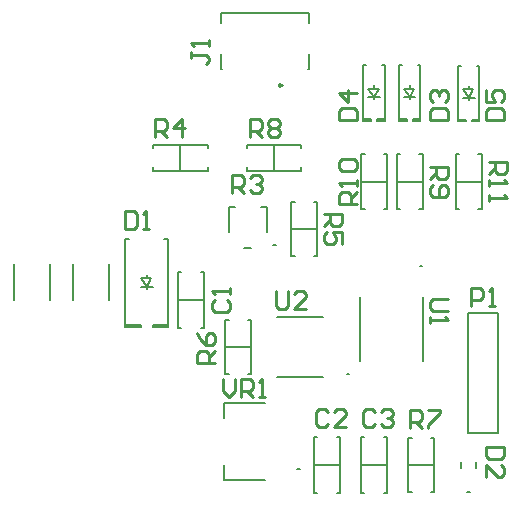
<source format=gto>
G04*
G04 #@! TF.GenerationSoftware,Altium Limited,Altium Designer,21.0.9 (235)*
G04*
G04 Layer_Color=65535*
%FSLAX25Y25*%
%MOIN*%
G70*
G04*
G04 #@! TF.SameCoordinates,F2DB6EBA-4697-400F-9171-178E4C064C3E*
G04*
G04*
G04 #@! TF.FilePolarity,Positive*
G04*
G01*
G75*
%ADD10C,0.00984*%
%ADD11C,0.00787*%
%ADD12C,0.00500*%
%ADD13C,0.00591*%
%ADD14C,0.01000*%
D10*
X217224Y376673D02*
X216486Y377099D01*
Y376247D01*
X217224Y376673D01*
D11*
X264114Y316299D02*
X263327D01*
X264114D01*
X223228Y248819D02*
X222441D01*
X223228D01*
X239724Y280295D02*
X238937D01*
X239724D01*
X279921Y240945D02*
X279134D01*
X279921D01*
X215158Y323425D02*
X214370D01*
X215158D01*
X279449Y300590D02*
X289449D01*
Y260591D02*
Y300590D01*
X279449Y260591D02*
Y300590D01*
Y260591D02*
X289449D01*
X226358Y397394D02*
Y400590D01*
X226359Y382105D02*
Y386858D01*
X225842Y382105D02*
X226359D01*
X196869Y382086D02*
X197382D01*
X196869Y382087D02*
Y386858D01*
Y397394D02*
Y400591D01*
X196870Y400590D02*
X226358D01*
X183465Y348031D02*
Y356693D01*
X192520Y355512D02*
Y356693D01*
X174409D02*
X192520D01*
X174409Y355512D02*
Y356693D01*
Y348031D02*
Y349213D01*
Y348031D02*
X192520D01*
Y349213D01*
X214567Y348031D02*
Y356693D01*
X205512Y348031D02*
Y349213D01*
Y348031D02*
X223622D01*
Y349213D01*
Y355512D02*
Y356693D01*
X205512D02*
X223622D01*
X205512Y355512D02*
Y356693D01*
X147540Y304921D02*
Y317126D01*
X159548Y304921D02*
Y317126D01*
X127855Y304921D02*
Y317126D01*
X139863Y304921D02*
Y317126D01*
X198425Y280315D02*
X199606D01*
X198425D02*
Y298425D01*
X199606D01*
X205906D02*
X207087D01*
Y280315D02*
Y298425D01*
X205906Y280315D02*
X207087D01*
X198425Y289370D02*
X207087D01*
X227953Y337795D02*
X229134D01*
Y319685D02*
Y337795D01*
X227953Y319685D02*
X229134D01*
X220472D02*
X221654D01*
X220472D02*
Y337795D01*
X221654D01*
X220472Y328740D02*
X229134D01*
X172244Y312205D02*
Y313386D01*
Y308661D02*
Y309449D01*
X170276Y312205D02*
X173819D01*
X170276D02*
X172244Y309449D01*
X173819Y312205D01*
X170276Y309449D02*
X174213D01*
X179331Y296063D02*
Y325197D01*
X178051D02*
X179331D01*
X174213Y296063D02*
X179331D01*
X165157Y325197D02*
X166437D01*
X174213Y296063D02*
Y296654D01*
X179331D01*
X165157D02*
X170276D01*
Y296063D02*
Y296654D01*
X165157Y296063D02*
Y325197D01*
Y296063D02*
X170276D01*
X257874Y372736D02*
X261811D01*
X259842D02*
X261417Y375492D01*
X257874D02*
X259842Y372736D01*
X257874Y375492D02*
X261417D01*
X259842Y371949D02*
Y372736D01*
Y375492D02*
Y376673D01*
X277559Y372441D02*
X281496D01*
X279528D02*
X281102Y375197D01*
X277559D02*
X279528Y372441D01*
X277559Y375197D02*
X281102D01*
X279528Y371654D02*
Y372441D01*
Y375197D02*
Y376378D01*
X275197Y335433D02*
X276378D01*
X275197D02*
Y353543D01*
X276378D01*
X282677D02*
X283858D01*
Y335433D02*
Y353543D01*
X282677Y335433D02*
X283858D01*
X275197Y344488D02*
X283858D01*
X255512Y335433D02*
X256693D01*
X255512D02*
Y353543D01*
X256693D01*
X262992D02*
X264173D01*
Y335433D02*
Y353543D01*
X262992Y335433D02*
X264173D01*
X255512Y344488D02*
X264173D01*
X246063Y372736D02*
X250000D01*
X248031D02*
X249606Y375492D01*
X246063D02*
X248031Y372736D01*
X246063Y375492D02*
X249606D01*
X248031Y371949D02*
Y372736D01*
Y375492D02*
Y376673D01*
X243701Y335433D02*
X244882D01*
X243701D02*
Y353543D01*
X244882D01*
X251181D02*
X252362D01*
Y335433D02*
Y353543D01*
X251181Y335433D02*
X252362D01*
X243701Y344488D02*
X252362D01*
X259449Y240945D02*
X260630D01*
X259449D02*
Y259055D01*
X260630D01*
X266929D02*
X268110D01*
Y240945D02*
Y259055D01*
X266929Y240945D02*
X268110D01*
X259449Y250000D02*
X268110D01*
D12*
X264469Y284646D02*
Y305906D01*
X243406Y284646D02*
Y305906D01*
X197835Y245079D02*
Y249961D01*
Y245079D02*
X211614D01*
X197835Y265787D02*
Y270669D01*
X211614D01*
X215748Y299311D02*
X231102D01*
X215748Y279429D02*
X231102D01*
X277067Y249095D02*
Y250905D01*
X281988Y249095D02*
Y250905D01*
X212205Y327809D02*
Y336024D01*
X204778Y322244D02*
X207033D01*
X199606Y327809D02*
Y336024D01*
X201496D01*
X210315D02*
X212205D01*
D13*
X190453Y295768D02*
X191437D01*
Y314469D01*
X190453D02*
X191437D01*
X182579D02*
X183563D01*
X182579Y295768D02*
Y314469D01*
Y295768D02*
X183563D01*
X182579Y305118D02*
X191437D01*
X256236Y383366D02*
X257185D01*
X256236Y365311D02*
Y383366D01*
Y364811D02*
Y365311D01*
Y364811D02*
X258842D01*
Y365311D01*
X256236D02*
X258842D01*
X260842D02*
X263449D01*
X260842Y364811D02*
Y365311D01*
Y364811D02*
X263449D01*
Y365311D01*
Y383366D01*
X262500D02*
X263449D01*
X275921Y383071D02*
X276870D01*
X275921Y365016D02*
Y383071D01*
Y364516D02*
Y365016D01*
Y364516D02*
X278528D01*
Y365016D01*
X275921D02*
X278528D01*
X280528D02*
X283134D01*
X280528Y364516D02*
Y365016D01*
Y364516D02*
X283134D01*
Y365016D01*
Y383071D01*
X282185D02*
X283134D01*
X244425Y383366D02*
X245374D01*
X244425Y365311D02*
Y383366D01*
Y364811D02*
Y365311D01*
Y364811D02*
X247031D01*
Y365311D01*
X244425D02*
X247031D01*
X249031D02*
X251638D01*
X249031Y364811D02*
Y365311D01*
Y364811D02*
X251638D01*
Y365311D01*
Y383366D01*
X250689D02*
X251638D01*
X251476Y240650D02*
X252461D01*
Y259350D01*
X251476D02*
X252461D01*
X243602D02*
X244587D01*
X243602Y240650D02*
Y259350D01*
Y240650D02*
X244587D01*
X243602Y250000D02*
X252461D01*
X227854D02*
X236713D01*
X227854Y240650D02*
X228839D01*
X227854D02*
Y259350D01*
X228839D01*
X235728D02*
X236713D01*
Y240650D02*
Y259350D01*
X235728Y240650D02*
X236713D01*
D14*
X186962Y387795D02*
Y385796D01*
Y386796D01*
X191960D01*
X192960Y385796D01*
Y384796D01*
X191960Y383797D01*
X192960Y389795D02*
Y391794D01*
Y390794D01*
X186962D01*
X187961Y389795D01*
X197727Y278590D02*
Y274591D01*
X199726Y272591D01*
X201725Y274591D01*
Y278590D01*
X203725Y272591D02*
Y278590D01*
X206724D01*
X207723Y277590D01*
Y275591D01*
X206724Y274591D01*
X203725D01*
X205724D02*
X207723Y272591D01*
X209723D02*
X211722D01*
X210722D01*
Y278590D01*
X209723Y277590D01*
X215474Y308117D02*
Y303119D01*
X216474Y302119D01*
X218473D01*
X219473Y303119D01*
Y308117D01*
X225471Y302119D02*
X221472D01*
X225471Y306118D01*
Y307118D01*
X224471Y308117D01*
X222472D01*
X221472Y307118D01*
X272684Y305180D02*
X267686D01*
X266686Y304180D01*
Y302181D01*
X267686Y301181D01*
X272684D01*
X266686Y299182D02*
Y297182D01*
Y298182D01*
X272684D01*
X271684Y299182D01*
X200710Y340505D02*
Y346503D01*
X203709D01*
X204709Y345503D01*
Y343504D01*
X203709Y342504D01*
X200710D01*
X202710D02*
X204709Y340505D01*
X206708Y345503D02*
X207708Y346503D01*
X209707D01*
X210707Y345503D01*
Y344504D01*
X209707Y343504D01*
X208708D01*
X209707D01*
X210707Y342504D01*
Y341505D01*
X209707Y340505D01*
X207708D01*
X206708Y341505D01*
X286371Y350986D02*
X292369D01*
Y347987D01*
X291369Y346987D01*
X289370D01*
X288370Y347987D01*
Y350986D01*
Y348987D02*
X286371Y346987D01*
Y344988D02*
Y342989D01*
Y343988D01*
X292369D01*
X291369Y344988D01*
X286371Y339990D02*
Y337990D01*
Y338990D01*
X292369D01*
X291369Y339990D01*
X242172Y336991D02*
X236174D01*
Y339990D01*
X237174Y340989D01*
X239173D01*
X240173Y339990D01*
Y336991D01*
Y338990D02*
X242172Y340989D01*
Y342989D02*
Y344988D01*
Y343988D01*
X236174D01*
X237174Y342989D01*
Y347987D02*
X236174Y348987D01*
Y350986D01*
X237174Y351986D01*
X241173D01*
X242172Y350986D01*
Y348987D01*
X241173Y347987D01*
X237174D01*
X266686Y349487D02*
X272684D01*
Y346487D01*
X271684Y345488D01*
X269685D01*
X268685Y346487D01*
Y349487D01*
Y347487D02*
X266686Y345488D01*
X267686Y343489D02*
X266686Y342489D01*
Y340490D01*
X267686Y339490D01*
X271684D01*
X272684Y340490D01*
Y342489D01*
X271684Y343489D01*
X270685D01*
X269685Y342489D01*
Y339490D01*
X206616Y359206D02*
Y365204D01*
X209615D01*
X210614Y364204D01*
Y362205D01*
X209615Y361205D01*
X206616D01*
X208615D02*
X210614Y359206D01*
X212614Y364204D02*
X213614Y365204D01*
X215613D01*
X216613Y364204D01*
Y363204D01*
X215613Y362205D01*
X216613Y361205D01*
Y360205D01*
X215613Y359206D01*
X213614D01*
X212614Y360205D01*
Y361205D01*
X213614Y362205D01*
X212614Y363204D01*
Y364204D01*
X213614Y362205D02*
X215613D01*
X260100Y262400D02*
Y268398D01*
X263099D01*
X264099Y267398D01*
Y265399D01*
X263099Y264399D01*
X260100D01*
X262099D02*
X264099Y262400D01*
X266098Y268398D02*
X270097D01*
Y267398D01*
X266098Y263400D01*
Y262400D01*
X194928Y283978D02*
X188930D01*
Y286977D01*
X189930Y287977D01*
X191929D01*
X192929Y286977D01*
Y283978D01*
Y285977D02*
X194928Y287977D01*
X188930Y293975D02*
X189930Y291975D01*
X191929Y289976D01*
X193929D01*
X194928Y290976D01*
Y292975D01*
X193929Y293975D01*
X192929D01*
X191929Y292975D01*
Y289976D01*
X231253Y333738D02*
X237251D01*
Y330739D01*
X236251Y329740D01*
X234252D01*
X233252Y330739D01*
Y333738D01*
Y331739D02*
X231253Y329740D01*
X237251Y323742D02*
Y327741D01*
X234252D01*
X235252Y325741D01*
Y324741D01*
X234252Y323742D01*
X232253D01*
X231253Y324741D01*
Y326741D01*
X232253Y327741D01*
X175120Y359206D02*
Y365204D01*
X178119D01*
X179118Y364204D01*
Y362205D01*
X178119Y361205D01*
X175120D01*
X177119D02*
X179118Y359206D01*
X184117D02*
Y365204D01*
X181118Y362205D01*
X185117D01*
X280450Y303103D02*
Y309101D01*
X283449D01*
X284449Y308102D01*
Y306102D01*
X283449Y305103D01*
X280450D01*
X286448Y303103D02*
X288447D01*
X287448D01*
Y309101D01*
X286448Y308102D01*
X285387Y365080D02*
X291385D01*
Y368079D01*
X290385Y369079D01*
X286386D01*
X285387Y368079D01*
Y365080D01*
Y375077D02*
Y371078D01*
X288386D01*
X287386Y373078D01*
Y374077D01*
X288386Y375077D01*
X290385D01*
X291385Y374077D01*
Y372078D01*
X290385Y371078D01*
X236174Y365080D02*
X242172D01*
Y368079D01*
X241173Y369079D01*
X237174D01*
X236174Y368079D01*
Y365080D01*
X242172Y374077D02*
X236174D01*
X239173Y371078D01*
Y375077D01*
X266686Y365080D02*
X272684D01*
Y368079D01*
X271684Y369079D01*
X267686D01*
X266686Y368079D01*
Y365080D01*
X267686Y371078D02*
X266686Y372078D01*
Y374077D01*
X267686Y375077D01*
X268685D01*
X269685Y374077D01*
Y373078D01*
Y374077D01*
X270685Y375077D01*
X271684D01*
X272684Y374077D01*
Y372078D01*
X271684Y371078D01*
X291385Y255983D02*
X285387D01*
Y252984D01*
X286386Y251984D01*
X290385D01*
X291385Y252984D01*
Y255983D01*
X285387Y245986D02*
Y249985D01*
X289386Y245986D01*
X290385D01*
X291385Y246986D01*
Y248985D01*
X290385Y249985D01*
X164900Y334698D02*
Y328700D01*
X167899D01*
X168899Y329700D01*
Y333698D01*
X167899Y334698D01*
X164900D01*
X170898Y328700D02*
X172897D01*
X171898D01*
Y334698D01*
X170898Y333698D01*
X248299Y267630D02*
X247299Y268630D01*
X245300D01*
X244300Y267630D01*
Y263631D01*
X245300Y262632D01*
X247299D01*
X248299Y263631D01*
X250298Y267630D02*
X251298Y268630D01*
X253297D01*
X254297Y267630D01*
Y266630D01*
X253297Y265631D01*
X252297D01*
X253297D01*
X254297Y264631D01*
Y263631D01*
X253297Y262632D01*
X251298D01*
X250298Y263631D01*
X232599Y267630D02*
X231599Y268630D01*
X229600D01*
X228600Y267630D01*
Y263631D01*
X229600Y262632D01*
X231599D01*
X232599Y263631D01*
X238597Y262632D02*
X234598D01*
X238597Y266630D01*
Y267630D01*
X237597Y268630D01*
X235598D01*
X234598Y267630D01*
X194851Y305118D02*
X193851Y304118D01*
Y302119D01*
X194851Y301119D01*
X198850D01*
X199849Y302119D01*
Y304118D01*
X198850Y305118D01*
X199849Y307118D02*
Y309117D01*
Y308117D01*
X193851D01*
X194851Y307118D01*
M02*

</source>
